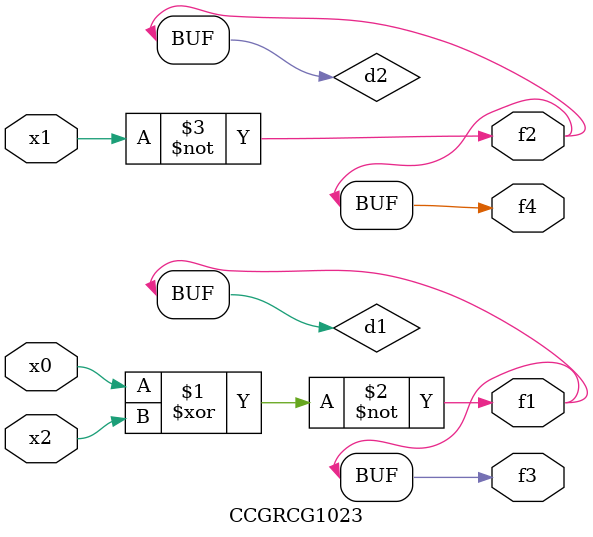
<source format=v>
module CCGRCG1023(
	input x0, x1, x2,
	output f1, f2, f3, f4
);

	wire d1, d2, d3;

	xnor (d1, x0, x2);
	nand (d2, x1);
	nor (d3, x1, x2);
	assign f1 = d1;
	assign f2 = d2;
	assign f3 = d1;
	assign f4 = d2;
endmodule

</source>
